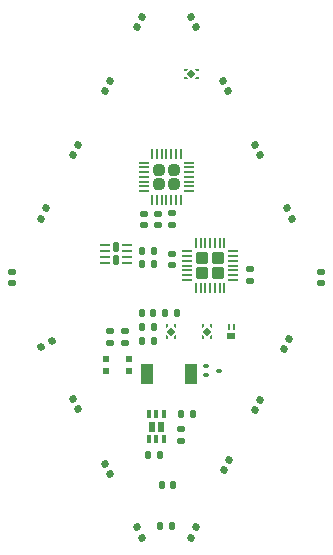
<source format=gbr>
%TF.GenerationSoftware,KiCad,Pcbnew,8.0.3*%
%TF.CreationDate,2024-06-16T19:36:31+02:00*%
%TF.ProjectId,jewelled_lc1,6a657765-6c6c-4656-945f-6c63312e6b69,rev?*%
%TF.SameCoordinates,Original*%
%TF.FileFunction,Paste,Top*%
%TF.FilePolarity,Positive*%
%FSLAX45Y45*%
G04 Gerber Fmt 4.5, Leading zero omitted, Abs format (unit mm)*
G04 Created by KiCad (PCBNEW 8.0.3) date 2024-06-16 19:36:31*
%MOMM*%
%LPD*%
G01*
G04 APERTURE LIST*
G04 Aperture macros list*
%AMRoundRect*
0 Rectangle with rounded corners*
0 $1 Rounding radius*
0 $2 $3 $4 $5 $6 $7 $8 $9 X,Y pos of 4 corners*
0 Add a 4 corners polygon primitive as box body*
4,1,4,$2,$3,$4,$5,$6,$7,$8,$9,$2,$3,0*
0 Add four circle primitives for the rounded corners*
1,1,$1+$1,$2,$3*
1,1,$1+$1,$4,$5*
1,1,$1+$1,$6,$7*
1,1,$1+$1,$8,$9*
0 Add four rect primitives between the rounded corners*
20,1,$1+$1,$2,$3,$4,$5,0*
20,1,$1+$1,$4,$5,$6,$7,0*
20,1,$1+$1,$6,$7,$8,$9,0*
20,1,$1+$1,$8,$9,$2,$3,0*%
%AMRotRect*
0 Rectangle, with rotation*
0 The origin of the aperture is its center*
0 $1 length*
0 $2 width*
0 $3 Rotation angle, in degrees counterclockwise*
0 Add horizontal line*
21,1,$1,$2,0,0,$3*%
%AMFreePoly0*
4,1,5,0.110000,-0.125000,-0.110000,-0.125000,-0.110000,0.125000,0.360000,0.125000,0.110000,-0.125000,0.110000,-0.125000,$1*%
%AMFreePoly1*
4,1,6,0.290000,-0.055000,0.290000,-0.125000,-0.110000,-0.125000,-0.110000,0.125000,0.110000,0.125000,0.290000,-0.055000,0.290000,-0.055000,$1*%
%AMFreePoly2*
4,1,7,0.110000,-0.125000,-0.110000,-0.125000,-0.290000,-0.125000,-0.290000,-0.055000,-0.110000,0.125000,0.110000,0.125000,0.110000,-0.125000,0.110000,-0.125000,$1*%
%AMFreePoly3*
4,1,6,0.110000,-0.125000,-0.110000,-0.125000,-0.290000,0.055000,-0.290000,0.125000,0.110000,0.125000,0.110000,-0.125000,0.110000,-0.125000,$1*%
G04 Aperture macros list end*
%ADD10RoundRect,0.147500X0.220286X-0.054649X0.088197X0.209126X-0.220286X0.054649X-0.088197X-0.209126X0*%
%ADD11RoundRect,0.100000X-0.125000X-0.100000X0.125000X-0.100000X0.125000X0.100000X-0.125000X0.100000X0*%
%ADD12R,0.630000X0.820000*%
%ADD13R,0.350000X0.650000*%
%ADD14RoundRect,0.147500X0.088197X-0.209126X0.220286X0.054649X-0.088197X0.209126X-0.220286X-0.054649X0*%
%ADD15RoundRect,0.147500X0.172500X-0.147500X0.172500X0.147500X-0.172500X0.147500X-0.172500X-0.147500X0*%
%ADD16RoundRect,0.135000X-0.135000X-0.185000X0.135000X-0.185000X0.135000X0.185000X-0.135000X0.185000X0*%
%ADD17RoundRect,0.140000X0.170000X-0.140000X0.170000X0.140000X-0.170000X0.140000X-0.170000X-0.140000X0*%
%ADD18FreePoly0,270.000000*%
%ADD19FreePoly1,270.000000*%
%ADD20FreePoly2,270.000000*%
%ADD21FreePoly3,270.000000*%
%ADD22RotRect,0.480000X0.480000X315.000000*%
%ADD23RoundRect,0.140000X-0.170000X0.140000X-0.170000X-0.140000X0.170000X-0.140000X0.170000X0.140000X0*%
%ADD24RoundRect,0.140000X-0.140000X-0.170000X0.140000X-0.170000X0.140000X0.170000X-0.140000X0.170000X0*%
%ADD25RoundRect,0.135000X-0.185000X0.135000X-0.185000X-0.135000X0.185000X-0.135000X0.185000X0.135000X0*%
%ADD26R,0.200000X0.500000*%
%ADD27R,0.650000X0.500000*%
%ADD28RoundRect,0.147500X0.054649X0.220286X-0.209126X0.088197X-0.054649X-0.220286X0.209126X-0.088197X0*%
%ADD29RoundRect,0.135000X0.135000X0.185000X-0.135000X0.185000X-0.135000X-0.185000X0.135000X-0.185000X0*%
%ADD30RoundRect,0.122500X-0.122500X-0.322500X0.122500X-0.322500X0.122500X0.322500X-0.122500X0.322500X0*%
%ADD31RoundRect,0.062500X-0.372500X-0.062500X0.372500X-0.062500X0.372500X0.062500X-0.372500X0.062500X0*%
%ADD32FreePoly0,0.000000*%
%ADD33FreePoly1,0.000000*%
%ADD34FreePoly2,0.000000*%
%ADD35FreePoly3,0.000000*%
%ADD36RotRect,0.480000X0.480000X45.000000*%
%ADD37RoundRect,0.140000X0.140000X0.170000X-0.140000X0.170000X-0.140000X-0.170000X0.140000X-0.170000X0*%
%ADD38R,1.100000X1.800000*%
%ADD39R,0.540000X0.600000*%
%ADD40RoundRect,0.250000X-0.275000X-0.275000X0.275000X-0.275000X0.275000X0.275000X-0.275000X0.275000X0*%
%ADD41RoundRect,0.050000X-0.387500X-0.050000X0.387500X-0.050000X0.387500X0.050000X-0.387500X0.050000X0*%
%ADD42RoundRect,0.050000X-0.050000X-0.387500X0.050000X-0.387500X0.050000X0.387500X-0.050000X0.387500X0*%
%ADD43RoundRect,0.242500X0.242500X-0.242500X0.242500X0.242500X-0.242500X0.242500X-0.242500X-0.242500X0*%
%ADD44RoundRect,0.062500X0.062500X-0.350000X0.062500X0.350000X-0.062500X0.350000X-0.062500X-0.350000X0*%
%ADD45RoundRect,0.062500X0.350000X-0.062500X0.350000X0.062500X-0.350000X0.062500X-0.350000X-0.062500X0*%
G04 APERTURE END LIST*
D10*
%TO.C,D8*%
X15221716Y-8873367D03*
X15178284Y-8786634D03*
%TD*%
D11*
%TO.C,D19*%
X15032500Y-11200000D03*
X15032500Y-11280000D03*
X15147500Y-11240000D03*
%TD*%
D12*
%TO.C,U4*%
X14575000Y-11715000D03*
X14655000Y-11715000D03*
D13*
X14550000Y-11820000D03*
X14615000Y-11820000D03*
X14680000Y-11820000D03*
X14680000Y-11610000D03*
X14615000Y-11610000D03*
X14550000Y-11610000D03*
%TD*%
D14*
%TO.C,D11*%
X14178284Y-8873367D03*
X14221716Y-8786634D03*
%TD*%
D15*
%TO.C,D14*%
X13390000Y-10498500D03*
X13390000Y-10401500D03*
%TD*%
D16*
%TO.C,R4*%
X14544000Y-11955000D03*
X14646000Y-11955000D03*
%TD*%
D17*
%TO.C,C7*%
X14345000Y-11003000D03*
X14345000Y-10907000D03*
%TD*%
%TO.C,C9*%
X14225000Y-11003000D03*
X14225000Y-10907000D03*
%TD*%
D14*
%TO.C,D13*%
X13638284Y-9953367D03*
X13681716Y-9866634D03*
%TD*%
D18*
%TO.C,U2*%
X14772500Y-10856000D03*
D19*
X14707500Y-10856000D03*
D20*
X14707500Y-10964000D03*
D21*
X14772500Y-10964000D03*
D22*
X14740000Y-10910000D03*
%TD*%
D23*
%TO.C,C11*%
X14510000Y-9912000D03*
X14510000Y-10008000D03*
%TD*%
D16*
%TO.C,R3*%
X14489000Y-10870000D03*
X14591000Y-10870000D03*
%TD*%
D10*
%TO.C,D16*%
X13948466Y-11563366D03*
X13905034Y-11476633D03*
%TD*%
D24*
%TO.C,C5*%
X14492000Y-10750000D03*
X14588000Y-10750000D03*
%TD*%
D18*
%TO.C,U8*%
X15077500Y-10856000D03*
D19*
X15012500Y-10856000D03*
D20*
X15012500Y-10964000D03*
D21*
X15077500Y-10964000D03*
D22*
X15045000Y-10910000D03*
%TD*%
D24*
%TO.C,C1*%
X14647000Y-12555000D03*
X14743000Y-12555000D03*
%TD*%
D25*
%TO.C,R1*%
X14750000Y-9909000D03*
X14750000Y-10011000D03*
%TD*%
D26*
%TO.C,Q2*%
X15272500Y-10872500D03*
X15227500Y-10872500D03*
D27*
X15250000Y-10947500D03*
%TD*%
D14*
%TO.C,D12*%
X13908284Y-9413367D03*
X13951716Y-9326634D03*
%TD*%
D23*
%TO.C,C10*%
X14630000Y-9912000D03*
X14630000Y-10008000D03*
%TD*%
D28*
%TO.C,D15*%
X13728366Y-10993284D03*
X13641633Y-11036716D03*
%TD*%
D10*
%TO.C,D7*%
X15491716Y-9413367D03*
X15448284Y-9326634D03*
%TD*%
D17*
%TO.C,C3*%
X14825000Y-11833000D03*
X14825000Y-11737000D03*
%TD*%
D14*
%TO.C,D3*%
X15448284Y-11573366D03*
X15491716Y-11486633D03*
%TD*%
D24*
%TO.C,C6*%
X14827000Y-11605000D03*
X14923000Y-11605000D03*
%TD*%
D10*
%TO.C,D9*%
X14951716Y-8333366D03*
X14908284Y-8246633D03*
%TD*%
%TO.C,D17*%
X14221716Y-12113366D03*
X14178284Y-12026633D03*
%TD*%
D14*
%TO.C,D10*%
X14448284Y-8333366D03*
X14491716Y-8246633D03*
%TD*%
D23*
%TO.C,C8*%
X15410000Y-10382000D03*
X15410000Y-10478000D03*
%TD*%
D29*
%TO.C,R5*%
X14596000Y-10335000D03*
X14494000Y-10335000D03*
%TD*%
D24*
%TO.C,C2*%
X14662000Y-12210000D03*
X14758000Y-12210000D03*
%TD*%
D14*
%TO.C,D4*%
X15693284Y-11058367D03*
X15736716Y-10971634D03*
%TD*%
D30*
%TO.C,U6*%
X14271750Y-10195000D03*
X14271750Y-10305000D03*
D31*
X14177750Y-10175000D03*
X14177750Y-10225000D03*
X14177750Y-10275000D03*
X14177750Y-10325000D03*
X14365750Y-10325000D03*
X14365750Y-10275000D03*
X14365750Y-10225000D03*
X14365750Y-10175000D03*
%TD*%
D10*
%TO.C,D18*%
X14491716Y-12653366D03*
X14448284Y-12566633D03*
%TD*%
D29*
%TO.C,R6*%
X14596000Y-10225000D03*
X14494000Y-10225000D03*
%TD*%
D32*
%TO.C,U5*%
X14856000Y-8697500D03*
D33*
X14856000Y-8762500D03*
D34*
X14964000Y-8762500D03*
D35*
X14964000Y-8697500D03*
D36*
X14910000Y-8730000D03*
%TD*%
D10*
%TO.C,D6*%
X15761716Y-9953367D03*
X15718284Y-9866634D03*
%TD*%
D17*
%TO.C,C12*%
X14750000Y-10348000D03*
X14750000Y-10252000D03*
%TD*%
D37*
%TO.C,C4*%
X14788000Y-10750000D03*
X14692000Y-10750000D03*
%TD*%
D15*
%TO.C,D5*%
X16010000Y-10498500D03*
X16010000Y-10401500D03*
%TD*%
D14*
%TO.C,D2*%
X15186567Y-12081733D03*
X15230000Y-11995000D03*
%TD*%
D38*
%TO.C,BZ1*%
X14535000Y-11270000D03*
X14905000Y-11270000D03*
%TD*%
D14*
%TO.C,D1*%
X14908284Y-12653366D03*
X14951716Y-12566633D03*
%TD*%
D39*
%TO.C,U7*%
X14381500Y-11137500D03*
X14188500Y-11137500D03*
X14188500Y-11242500D03*
X14381500Y-11242500D03*
%TD*%
D29*
%TO.C,R2*%
X14591000Y-10990000D03*
X14489000Y-10990000D03*
%TD*%
D40*
%TO.C,U3*%
X15005000Y-10285000D03*
X15005000Y-10415000D03*
X15135000Y-10285000D03*
X15135000Y-10415000D03*
D41*
X14876250Y-10230000D03*
X14876250Y-10270000D03*
X14876250Y-10310000D03*
X14876250Y-10350000D03*
X14876250Y-10390000D03*
X14876250Y-10430000D03*
X14876250Y-10470000D03*
D42*
X14950000Y-10543750D03*
X14990000Y-10543750D03*
X15030000Y-10543750D03*
X15070000Y-10543750D03*
X15110000Y-10543750D03*
X15150000Y-10543750D03*
X15190000Y-10543750D03*
D41*
X15263750Y-10470000D03*
X15263750Y-10430000D03*
X15263750Y-10390000D03*
X15263750Y-10350000D03*
X15263750Y-10310000D03*
X15263750Y-10270000D03*
X15263750Y-10230000D03*
D42*
X15190000Y-10156250D03*
X15150000Y-10156250D03*
X15110000Y-10156250D03*
X15070000Y-10156250D03*
X15030000Y-10156250D03*
X14990000Y-10156250D03*
X14950000Y-10156250D03*
%TD*%
D43*
%TO.C,U1*%
X14640000Y-9660000D03*
X14760000Y-9660000D03*
X14640000Y-9540000D03*
X14760000Y-9540000D03*
D44*
X14580000Y-9793750D03*
X14620000Y-9793750D03*
X14660000Y-9793750D03*
X14700000Y-9793750D03*
X14740000Y-9793750D03*
X14780000Y-9793750D03*
X14820000Y-9793750D03*
D45*
X14893750Y-9720000D03*
X14893750Y-9680000D03*
X14893750Y-9640000D03*
X14893750Y-9600000D03*
X14893750Y-9560000D03*
X14893750Y-9520000D03*
X14893750Y-9480000D03*
D44*
X14820000Y-9406250D03*
X14780000Y-9406250D03*
X14740000Y-9406250D03*
X14700000Y-9406250D03*
X14660000Y-9406250D03*
X14620000Y-9406250D03*
X14580000Y-9406250D03*
D45*
X14506250Y-9480000D03*
X14506250Y-9520000D03*
X14506250Y-9560000D03*
X14506250Y-9600000D03*
X14506250Y-9640000D03*
X14506250Y-9680000D03*
X14506250Y-9720000D03*
%TD*%
M02*

</source>
